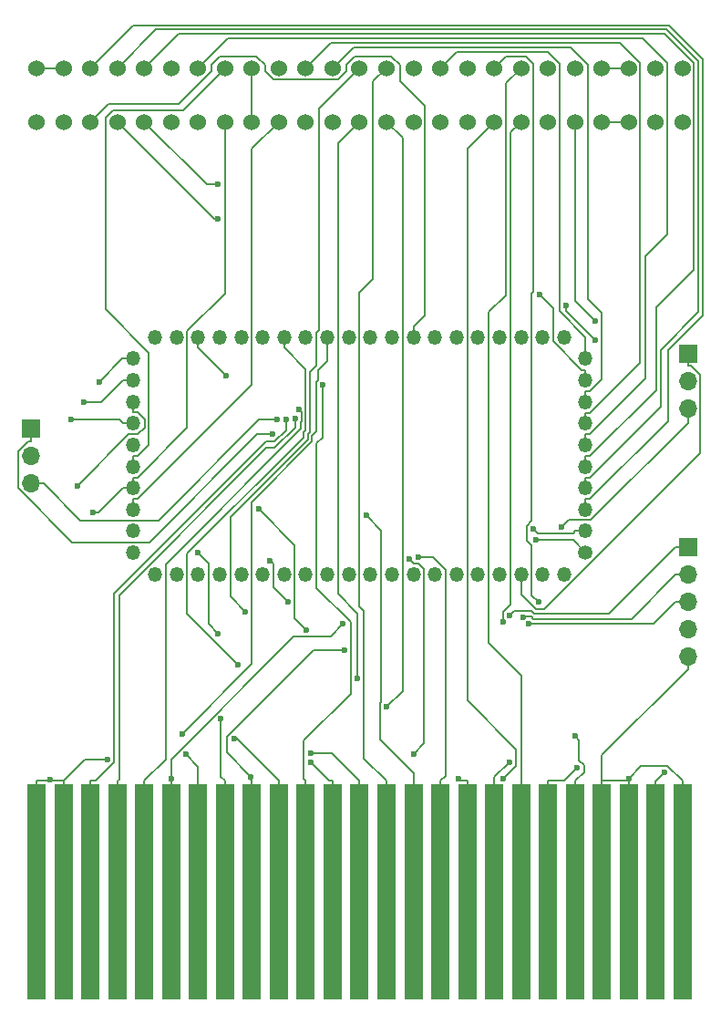
<source format=gbr>
%TF.GenerationSoftware,KiCad,Pcbnew,8.0.7*%
%TF.CreationDate,2024-12-26T20:26:29-06:00*%
%TF.ProjectId,n64_gamecat_rp2350b,6e36345f-6761-46d6-9563-61745f727032,rev?*%
%TF.SameCoordinates,Original*%
%TF.FileFunction,Copper,L2,Bot*%
%TF.FilePolarity,Positive*%
%FSLAX46Y46*%
G04 Gerber Fmt 4.6, Leading zero omitted, Abs format (unit mm)*
G04 Created by KiCad (PCBNEW 8.0.7) date 2024-12-26 20:26:29*
%MOMM*%
%LPD*%
G01*
G04 APERTURE LIST*
%TA.AperFunction,SMDPad,CuDef*%
%ADD10R,1.800000X20.000000*%
%TD*%
%TA.AperFunction,ComponentPad*%
%ADD11C,1.350000*%
%TD*%
%TA.AperFunction,ComponentPad*%
%ADD12O,1.350000X1.350000*%
%TD*%
%TA.AperFunction,ComponentPad*%
%ADD13R,1.700000X1.700000*%
%TD*%
%TA.AperFunction,ComponentPad*%
%ADD14O,1.700000X1.700000*%
%TD*%
%TA.AperFunction,ComponentPad*%
%ADD15C,1.524000*%
%TD*%
%TA.AperFunction,ViaPad*%
%ADD16C,0.600000*%
%TD*%
%TA.AperFunction,Conductor*%
%ADD17C,0.200000*%
%TD*%
G04 APERTURE END LIST*
D10*
%TO.P,U3,26,GND*%
%TO.N,GND*%
X104000000Y-143000000D03*
%TO.P,U3,27,GND*%
X106500000Y-143000000D03*
%TO.P,U3,28,AD0*%
%TO.N,CO_AD0*%
X109000000Y-143000000D03*
%TO.P,U3,29,AD1*%
%TO.N,CO_AD1*%
X111500000Y-143000000D03*
%TO.P,U3,30,AD2*%
%TO.N,CO_AD2*%
X114000000Y-143000000D03*
%TO.P,U3,31,GND*%
%TO.N,GND*%
X116500000Y-143000000D03*
%TO.P,U3,32,AD3*%
%TO.N,CO_AD3*%
X119000000Y-143000000D03*
%TO.P,U3,33,ALE_L*%
%TO.N,ALE_L*%
X121500000Y-143000000D03*
%TO.P,U3,34,VCC*%
%TO.N,+3V3*%
X124000000Y-143000000D03*
%TO.P,U3,35,ALE_H*%
%TO.N,ALE_H*%
X126500000Y-143000000D03*
%TO.P,U3,36,AD4*%
%TO.N,CO_AD4*%
X129000000Y-143000000D03*
%TO.P,U3,37,AD5*%
%TO.N,CO_AD5*%
X131500000Y-143000000D03*
%TO.P,U3,38,NC*%
%TO.N,Net-(U2-NC-Pad38)*%
X134000000Y-143000000D03*
%TO.P,U3,39,NC*%
%TO.N,Net-(U2-NC-Pad39)*%
X136500000Y-143000000D03*
%TO.P,U3,40,AD6*%
%TO.N,CO_AD6*%
X139000000Y-143000000D03*
%TO.P,U3,41,AD7*%
%TO.N,CO_AD7*%
X141500000Y-143000000D03*
%TO.P,U3,42,VCC*%
%TO.N,+3V3*%
X144000000Y-143000000D03*
%TO.P,U3,43,PIF_CIC*%
%TO.N,Net-(U2-PIF_CIC)*%
X146500000Y-143000000D03*
%TO.P,U3,44,JTAG_CLK*%
%TO.N,Net-(U2-JTAG_CLK)*%
X149000000Y-143000000D03*
%TO.P,U3,45,NMI_R4300*%
%TO.N,Net-(U2-NMI_R4300)*%
X151500000Y-143000000D03*
%TO.P,U3,46,VIDEO_CLK*%
%TO.N,Net-(U2-VIDEO_CLK)*%
X154000000Y-143000000D03*
%TO.P,U3,47,GND*%
%TO.N,GND*%
X156500000Y-143000000D03*
%TO.P,U3,48,GND*%
X159000000Y-143000000D03*
%TO.P,U3,49,R_AUDIO*%
%TO.N,Net-(U2-R_AUDIO)*%
X161500000Y-143000000D03*
%TO.P,U3,50,GND*%
%TO.N,GND*%
X164000000Y-143000000D03*
%TD*%
D11*
%TO.P,U4,1,GPIO0*%
%TO.N,TX0*%
X155000000Y-111500000D03*
D12*
%TO.P,U4,2,GPIO1*%
%TO.N,RX0*%
X155000000Y-109500000D03*
%TO.P,U4,3,GPIO2*%
%TO.N,CA_AD0*%
X155000000Y-107500000D03*
%TO.P,U4,4,GPIO3*%
%TO.N,CA_AD1*%
X155000000Y-105500000D03*
%TO.P,U4,5,GPIO4*%
%TO.N,CA_AD2*%
X155000000Y-103500000D03*
%TO.P,U4,6,GPIO5*%
%TO.N,CA_AD3*%
X155000000Y-101500000D03*
%TO.P,U4,7,GPIO6*%
%TO.N,CA_AD4*%
X155000000Y-99500000D03*
%TO.P,U4,8,GPIO7*%
%TO.N,CA_AD5*%
X155000000Y-97500000D03*
%TO.P,U4,9,GPIO8*%
%TO.N,CA_AD6*%
X155000000Y-95500000D03*
%TO.P,U4,10,GPIO9*%
%TO.N,CA_AD7*%
X155000000Y-93500000D03*
%TO.P,U4,11,GPIO10*%
%TO.N,CA_AD8*%
X153000000Y-91500000D03*
%TO.P,U4,12,GPIO11*%
%TO.N,CA_AD9*%
X151000000Y-91500000D03*
%TO.P,U4,13,GPIO12*%
%TO.N,CA_AD10*%
X149000000Y-91500000D03*
%TO.P,U4,14,GPIO13*%
%TO.N,CA_AD11*%
X147000000Y-91500000D03*
%TO.P,U4,15,GPIO14*%
%TO.N,CA_AD12*%
X145000000Y-91500000D03*
%TO.P,U4,16,GPIO15*%
%TO.N,CA_AD13*%
X143000000Y-91500000D03*
%TO.P,U4,17,GPIO16*%
%TO.N,CA_AD14*%
X141000000Y-91500000D03*
%TO.P,U4,18,GPIO17*%
%TO.N,CA_AD15*%
X139000000Y-91500000D03*
%TO.P,U4,19,GPIO18*%
%TO.N,CO_AD0*%
X137000000Y-91500000D03*
%TO.P,U4,20,GPIO19*%
%TO.N,CO_AD1*%
X135000000Y-91500000D03*
%TO.P,U4,21,GPIO20*%
%TO.N,CO_AD2*%
X133000000Y-91500000D03*
%TO.P,U4,22,GPIO21*%
%TO.N,CO_AD3*%
X131000000Y-91500000D03*
%TO.P,U4,23,GPIO22*%
%TO.N,CO_AD4*%
X129000000Y-91500000D03*
%TO.P,U4,24,GPIO23*%
%TO.N,CO_AD5*%
X127000000Y-91500000D03*
%TO.P,U4,25,GPIO24*%
%TO.N,CO_AD6*%
X125000000Y-91500000D03*
%TO.P,U4,26,GPIO25*%
%TO.N,CO_AD7*%
X123000000Y-91500000D03*
%TO.P,U4,27,GPIO26*%
%TO.N,CO_AD8*%
X121000000Y-91500000D03*
%TO.P,U4,28,GPIO27*%
%TO.N,CO_AD9*%
X119000000Y-91500000D03*
%TO.P,U4,29,GPIO28*%
%TO.N,CO_AD10*%
X117000000Y-91500000D03*
%TO.P,U4,30,GPIO29*%
%TO.N,CO_AD11*%
X115000000Y-91500000D03*
%TO.P,U4,31,GPIO30*%
%TO.N,CO_AD12*%
X113000000Y-93500000D03*
%TO.P,U4,32,GPIO31*%
%TO.N,CO_AD13*%
X113000000Y-95500000D03*
%TO.P,U4,33,GPIO32*%
%TO.N,CO_AD14*%
X113000000Y-97500000D03*
%TO.P,U4,34,GPIO33*%
%TO.N,CO_AD15*%
X113000000Y-99500000D03*
%TO.P,U4,35,GPIO34*%
%TO.N,ALE_H*%
X113000000Y-101500000D03*
%TO.P,U4,36,GPIO35*%
%TO.N,ALE_L*%
X113000000Y-103500000D03*
%TO.P,U4,37,GPIO36*%
%TO.N,WRITE*%
X113000000Y-105500000D03*
%TO.P,U4,38,GPIO37*%
%TO.N,READ*%
X113000000Y-107500000D03*
%TO.P,U4,39,GPIO38*%
%TO.N,unconnected-(U4-GPIO38-Pad39)*%
X113000000Y-109500000D03*
%TO.P,U4,40,GPIO39*%
%TO.N,unconnected-(U4-GPIO39-Pad40)*%
X113000000Y-111500000D03*
%TO.P,U4,41,GPIO40*%
%TO.N,unconnected-(U4-GPIO40-Pad41)*%
X115000000Y-113500000D03*
%TO.P,U4,42,GPIO41*%
%TO.N,unconnected-(U4-GPIO41-Pad42)*%
X117000000Y-113500000D03*
%TO.P,U4,43,GPIO42*%
%TO.N,unconnected-(U4-GPIO42-Pad43)*%
X119000000Y-113500000D03*
%TO.P,U4,44,GPIO43*%
%TO.N,unconnected-(U4-GPIO43-Pad44)*%
X121000000Y-113500000D03*
%TO.P,U4,45,GPIO44*%
%TO.N,unconnected-(U4-GPIO44-Pad45)*%
X123000000Y-113500000D03*
%TO.P,U4,46,GPIO45*%
%TO.N,unconnected-(U4-GPIO45-Pad46)*%
X125000000Y-113500000D03*
%TO.P,U4,47,GPIO46*%
%TO.N,unconnected-(U4-GPIO46-Pad47)*%
X127000000Y-113500000D03*
%TO.P,U4,48,GPIO47*%
%TO.N,unconnected-(U4-GPIO47-Pad48)*%
X129000000Y-113500000D03*
%TO.P,U4,49,GPIO48*%
%TO.N,unconnected-(U4-GPIO48-Pad49)*%
X131000000Y-113500000D03*
%TO.P,U4,50,GPIO49*%
%TO.N,unconnected-(U4-GPIO49-Pad50)*%
X133000000Y-113500000D03*
%TO.P,U4,51,GPIO50*%
%TO.N,GND*%
X135000000Y-113500000D03*
%TO.P,U4,52,GPIO51*%
%TO.N,unconnected-(U4-GPIO51-Pad52)*%
X137000000Y-113500000D03*
%TO.P,U4,53,GPIO52*%
%TO.N,5V*%
X139000000Y-113500000D03*
%TO.P,U4,54,GPIO53*%
%TO.N,unconnected-(U4-GPIO53-Pad54)*%
X141000000Y-113500000D03*
%TO.P,U4,55,GPIO54*%
%TO.N,USB D-*%
X143000000Y-113500000D03*
%TO.P,U4,56,GPIO55*%
%TO.N,USB D+*%
X145000000Y-113500000D03*
%TO.P,U4,57,GPIO56*%
%TO.N,SWDIO*%
X147000000Y-113500000D03*
%TO.P,U4,58,GPIO57*%
%TO.N,SWCLK*%
X149000000Y-113500000D03*
%TO.P,U4,59,GPIO58*%
%TO.N,unconnected-(U4-GPIO58-Pad59)*%
X151000000Y-113500000D03*
%TO.P,U4,60,GPIO59*%
%TO.N,unconnected-(U4-GPIO59-Pad60)*%
X153000000Y-113500000D03*
%TD*%
D13*
%TO.P,J3,1,Pin_1*%
%TO.N,5V*%
X164500000Y-111000000D03*
D14*
%TO.P,J3,2,Pin_2*%
%TO.N,USB D-*%
X164500000Y-113540000D03*
%TO.P,J3,3,Pin_3*%
%TO.N,USB D+*%
X164500000Y-116080000D03*
%TO.P,J3,4,Pin_4*%
%TO.N,unconnected-(J3-Pin_4-Pad4)*%
X164500000Y-118620000D03*
%TO.P,J3,5,Pin_5*%
%TO.N,GND*%
X164500000Y-121160000D03*
%TD*%
D13*
%TO.P,J1,1,Pin_1*%
%TO.N,SWCLK*%
X164500000Y-93000000D03*
D14*
%TO.P,J1,2,Pin_2*%
%TO.N,GND*%
X164500000Y-95540000D03*
%TO.P,J1,3,Pin_3*%
%TO.N,SWDIO*%
X164500000Y-98080000D03*
%TD*%
D13*
%TO.P,J2,1,Pin_1*%
%TO.N,TX0*%
X103500000Y-100000000D03*
D14*
%TO.P,J2,2,Pin_2*%
%TO.N,GND*%
X103500000Y-102540000D03*
%TO.P,J2,3,Pin_3*%
%TO.N,RX0*%
X103500000Y-105080000D03*
%TD*%
D15*
%TO.P,U2,1,GND*%
%TO.N,GND*%
X104000000Y-71500000D03*
%TO.P,U2,2,GND*%
X106500000Y-71500000D03*
%TO.P,U2,3,AD15*%
%TO.N,CA_AD15*%
X109000000Y-71500000D03*
%TO.P,U2,4,AD14*%
%TO.N,CA_AD14*%
X111500000Y-71500000D03*
%TO.P,U2,5,AD13*%
%TO.N,CA_AD13*%
X114000000Y-71500000D03*
%TO.P,U2,6,GND*%
%TO.N,GND*%
X116500000Y-71500000D03*
%TO.P,U2,7,AD12*%
%TO.N,CA_AD12*%
X119000000Y-71500000D03*
%TO.P,U2,8,WRITE*%
%TO.N,WRITE*%
X121500000Y-71500000D03*
%TO.P,U2,9,VCC*%
%TO.N,+3V3*%
X124000000Y-71500000D03*
%TO.P,U2,10,READ*%
%TO.N,READ*%
X126500000Y-71500000D03*
%TO.P,U2,11,AD11*%
%TO.N,CA_AD11*%
X129000000Y-71500000D03*
%TO.P,U2,12,AD10*%
%TO.N,CA_AD10*%
X131500000Y-71500000D03*
%TO.P,U2,13,NC*%
%TO.N,Net-(U2-NC-Pad13)*%
X134000000Y-71500000D03*
%TO.P,U2,14,NC*%
%TO.N,Net-(U2-NC-Pad14)*%
X136500000Y-71500000D03*
%TO.P,U2,15,AD9*%
%TO.N,CA_AD9*%
X139000000Y-71500000D03*
%TO.P,U2,16,AD8*%
%TO.N,CA_AD8*%
X141500000Y-71500000D03*
%TO.P,U2,17,VCC*%
%TO.N,+3V3*%
X144000000Y-71500000D03*
%TO.P,U2,18,CIC_PIF*%
%TO.N,Net-(U2-CIC_PIF)*%
X146500000Y-71500000D03*
%TO.P,U2,19,CLK_PIF*%
%TO.N,Net-(U2-CLK_PIF)*%
X149000000Y-71500000D03*
%TO.P,U2,20,COLD_RST*%
%TO.N,Net-(U2-COLD_RST)*%
X151500000Y-71500000D03*
%TO.P,U2,21,S_DAT*%
%TO.N,Net-(U2-S_DAT)*%
X154000000Y-71500000D03*
%TO.P,U2,22,GND*%
%TO.N,GND*%
X156500000Y-71500000D03*
%TO.P,U2,23,GND*%
X159000000Y-71500000D03*
%TO.P,U2,24,LAUDIO*%
%TO.N,Net-(U2-LAUDIO)*%
X161500000Y-71500000D03*
%TO.P,U2,25,GND*%
%TO.N,GND*%
X164000000Y-71500000D03*
%TO.P,U2,26,GND*%
X104000000Y-66500000D03*
%TO.P,U2,27,GND*%
X106500000Y-66500000D03*
%TO.P,U2,28,AD0*%
%TO.N,CA_AD0*%
X109000000Y-66500000D03*
%TO.P,U2,29,AD1*%
%TO.N,CA_AD1*%
X111500000Y-66500000D03*
%TO.P,U2,30,AD2*%
%TO.N,CA_AD2*%
X114000000Y-66500000D03*
%TO.P,U2,31,GND*%
%TO.N,GND*%
X116500000Y-66500000D03*
%TO.P,U2,32,AD3*%
%TO.N,CA_AD3*%
X119000000Y-66500000D03*
%TO.P,U2,33,ALE_L*%
%TO.N,ALE_L*%
X121500000Y-66500000D03*
%TO.P,U2,34,VCC*%
%TO.N,+3V3*%
X124000000Y-66500000D03*
%TO.P,U2,35,ALE_H*%
%TO.N,ALE_H*%
X126500000Y-66500000D03*
%TO.P,U2,36,AD4*%
%TO.N,CA_AD4*%
X129000000Y-66500000D03*
%TO.P,U2,37,AD5*%
%TO.N,CA_AD5*%
X131500000Y-66500000D03*
%TO.P,U2,38,NC*%
%TO.N,Net-(U2-NC-Pad38)*%
X134000000Y-66500000D03*
%TO.P,U2,39,NC*%
%TO.N,Net-(U2-NC-Pad39)*%
X136500000Y-66500000D03*
%TO.P,U2,40,AD6*%
%TO.N,CA_AD6*%
X139000000Y-66500000D03*
%TO.P,U2,41,AD7*%
%TO.N,CA_AD7*%
X141500000Y-66500000D03*
%TO.P,U2,42,VCC*%
%TO.N,+3V3*%
X144000000Y-66500000D03*
%TO.P,U2,43,PIF_CIC*%
%TO.N,Net-(U2-PIF_CIC)*%
X146500000Y-66500000D03*
%TO.P,U2,44,JTAG_CLK*%
%TO.N,Net-(U2-JTAG_CLK)*%
X149000000Y-66500000D03*
%TO.P,U2,45,NMI_R4300*%
%TO.N,Net-(U2-NMI_R4300)*%
X151500000Y-66500000D03*
%TO.P,U2,46,VIDEO_CLK*%
%TO.N,Net-(U2-VIDEO_CLK)*%
X154000000Y-66500000D03*
%TO.P,U2,47,GND*%
%TO.N,GND*%
X156500000Y-66500000D03*
%TO.P,U2,48,GND*%
X159000000Y-66500000D03*
%TO.P,U2,49,R_AUDIO*%
%TO.N,Net-(U2-R_AUDIO)*%
X161500000Y-66500000D03*
%TO.P,U2,50,GND*%
%TO.N,GND*%
X164000000Y-66500000D03*
%TD*%
D16*
%TO.N,Net-(U2-PIF_CIC)*%
X150663400Y-116094200D03*
X147927200Y-130923500D03*
%TO.N,Net-(U2-NC-Pad14)*%
X136500000Y-125832100D03*
%TO.N,GND*%
X116500000Y-132476200D03*
X132480100Y-118120700D03*
X110601800Y-130686900D03*
X159000000Y-132477600D03*
X105250000Y-132595900D03*
%TO.N,Net-(U2-NC-Pad38)*%
X129444000Y-130110600D03*
X123389000Y-116986000D03*
%TO.N,Net-(U2-NC-Pad13)*%
X133803300Y-123135500D03*
%TO.N,+3V3*%
X123896300Y-132283000D03*
X143200100Y-132485900D03*
X132569700Y-120543400D03*
%TO.N,Net-(U2-R_AUDIO)*%
X162336500Y-131920400D03*
%TO.N,Net-(U2-COLD_RST)*%
X155910700Y-91765000D03*
X153204300Y-88519800D03*
%TO.N,ALE_H*%
X122332600Y-128798900D03*
%TO.N,Net-(U2-CLK_PIF)*%
X147323700Y-117944000D03*
%TO.N,ALE_L*%
X121107500Y-126934700D03*
%TO.N,Net-(U2-CIC_PIF)*%
X147330900Y-132482400D03*
%TO.N,Net-(U2-NMI_R4300)*%
X154232000Y-131511200D03*
%TO.N,Net-(U2-VIDEO_CLK)*%
X154052700Y-128552200D03*
%TO.N,CA_AD6*%
X150726800Y-87568900D03*
%TO.N,Net-(U2-S_DAT)*%
X155894800Y-89983000D03*
%TO.N,CO_AD1*%
X127993800Y-99015900D03*
%TO.N,CO_AD7*%
X139425800Y-111913100D03*
%TO.N,CO_AD2*%
X128380300Y-98215700D03*
%TO.N,CO_AD9*%
X139000000Y-130164100D03*
X138623500Y-112074900D03*
X121623000Y-95099700D03*
%TO.N,CO_AD4*%
X130568400Y-95932300D03*
%TO.N,CO_AD10*%
X124623600Y-107437600D03*
X129073600Y-118693700D03*
%TO.N,CO_AD8*%
X127383400Y-116076200D03*
X125679800Y-112230000D03*
%TO.N,CO_AD11*%
X118996600Y-111510500D03*
X120857800Y-118991300D03*
%TO.N,CO_AD0*%
X127165200Y-99126600D03*
%TO.N,CO_AD5*%
X129439600Y-130957000D03*
X122741600Y-121870400D03*
%TO.N,CO_AD6*%
X134617500Y-108051200D03*
%TO.N,CO_AD3*%
X117852500Y-130209800D03*
X117500500Y-128354900D03*
%TO.N,CO_AD12*%
X109793300Y-95662800D03*
%TO.N,CA_AD14*%
X120872000Y-80494900D03*
%TO.N,CO_AD13*%
X108376000Y-97553700D03*
%TO.N,CO_AD14*%
X107774300Y-105283900D03*
%TO.N,CO_AD15*%
X107172600Y-99154100D03*
%TO.N,CA_AD13*%
X120871400Y-77325000D03*
%TO.N,WRITE*%
X109205400Y-107783800D03*
%TO.N,SWDIO*%
X152785000Y-109088200D03*
%TO.N,RX0*%
X150140500Y-109255700D03*
X126338200Y-99152500D03*
%TO.N,TX0*%
X125924700Y-100467900D03*
X150362200Y-110323300D03*
%TO.N,USB D+*%
X149716100Y-118080200D03*
%TO.N,USB D-*%
X149161300Y-117480100D03*
%TO.N,5V*%
X147938800Y-117324300D03*
%TD*%
D17*
%TO.N,Net-(U2-PIF_CIC)*%
X146500000Y-132350700D02*
X147927200Y-130923500D01*
X150000000Y-87411200D02*
X150000000Y-108543800D01*
X150104200Y-87307000D02*
X150000000Y-87411200D01*
X150104200Y-66071400D02*
X150104200Y-87307000D01*
X147563700Y-65436300D02*
X149469100Y-65436300D01*
X150000000Y-110811900D02*
X150000000Y-115430800D01*
X150000000Y-108543800D02*
X149538800Y-109005000D01*
X146500000Y-66500000D02*
X147563700Y-65436300D01*
X149469100Y-65436300D02*
X150104200Y-66071400D01*
X149538800Y-110350700D02*
X150000000Y-110811900D01*
X149538800Y-109005000D02*
X149538800Y-110350700D01*
X146500000Y-143000000D02*
X146500000Y-132698300D01*
X150000000Y-115430800D02*
X150663400Y-116094200D01*
X146500000Y-132698300D02*
X146500000Y-132350700D01*
%TO.N,Net-(U2-NC-Pad14)*%
X136500000Y-71500000D02*
X138000000Y-73000000D01*
X138000000Y-73000000D02*
X138000000Y-124332100D01*
X138000000Y-124332100D02*
X136500000Y-125832100D01*
%TO.N,GND*%
X131303400Y-119297400D02*
X132480100Y-118120700D01*
X105250000Y-132698300D02*
X106500000Y-132698300D01*
X159000000Y-71500000D02*
X156500000Y-71500000D01*
X162620100Y-131318400D02*
X160159200Y-131318400D01*
X106500000Y-143000000D02*
X106500000Y-132698300D01*
X104000000Y-132698300D02*
X105250000Y-132698300D01*
X116500000Y-130691200D02*
X127893800Y-119297400D01*
X160159200Y-131318400D02*
X159000000Y-132477600D01*
X116500000Y-132476200D02*
X116500000Y-130691200D01*
X156500000Y-130311700D02*
X156500000Y-132698300D01*
X159000000Y-66500000D02*
X156500000Y-66500000D01*
X106500000Y-132698300D02*
X108511400Y-130686900D01*
X127893800Y-119297400D02*
X131303400Y-119297400D01*
X159000000Y-132698300D02*
X159000000Y-132477600D01*
X156500000Y-132698300D02*
X159000000Y-132698300D01*
X116500000Y-132698300D02*
X116500000Y-132476200D01*
X164500000Y-121160000D02*
X164500000Y-122311700D01*
X116500000Y-143000000D02*
X116500000Y-132698300D01*
X108511400Y-130686900D02*
X110601800Y-130686900D01*
X105250000Y-132698300D02*
X105250000Y-132595900D01*
X106500000Y-66500000D02*
X104000000Y-66500000D01*
X104000000Y-143000000D02*
X104000000Y-132698300D01*
X164500000Y-122311700D02*
X156500000Y-130311700D01*
X156500000Y-143000000D02*
X156500000Y-132698300D01*
X164000000Y-132698300D02*
X162620100Y-131318400D01*
X159000000Y-143000000D02*
X159000000Y-132698300D01*
X164000000Y-143000000D02*
X164000000Y-132698300D01*
%TO.N,Net-(U2-NC-Pad38)*%
X129398900Y-94752700D02*
X130023300Y-94128300D01*
X134000000Y-132698300D02*
X131412300Y-130110600D01*
X130250000Y-90868700D02*
X130250000Y-70250000D01*
X129398900Y-99597700D02*
X129398900Y-94752700D01*
X130023300Y-94128300D02*
X130023300Y-91095400D01*
X129383800Y-100280600D02*
X129383800Y-99612800D01*
X130250000Y-70250000D02*
X134000000Y-66500000D01*
X129383800Y-99612800D02*
X129398900Y-99597700D01*
X131412300Y-130110600D02*
X129444000Y-130110600D01*
X130023300Y-91095400D02*
X130250000Y-90868700D01*
X122000000Y-115597000D02*
X122000000Y-108220000D01*
X129196600Y-100467800D02*
X129383800Y-100280600D01*
X134000000Y-143000000D02*
X134000000Y-132698300D01*
X122000000Y-108220000D02*
X129196600Y-101023400D01*
X129196600Y-101023400D02*
X129196600Y-100467800D01*
X123389000Y-116986000D02*
X122000000Y-115597000D01*
%TO.N,Net-(U2-NC-Pad13)*%
X132000000Y-115334900D02*
X132000000Y-73500000D01*
X133803300Y-123135500D02*
X133803300Y-117138200D01*
X132000000Y-73500000D02*
X134000000Y-71500000D01*
X133803300Y-117138200D02*
X132000000Y-115334900D01*
%TO.N,+3V3*%
X129707900Y-120543400D02*
X132569700Y-120543400D01*
X124000000Y-143000000D02*
X124000000Y-132698300D01*
X121676100Y-130062800D02*
X121676100Y-128575200D01*
X143412500Y-132698300D02*
X143200100Y-132485900D01*
X124000000Y-66500000D02*
X124000000Y-71500000D01*
X123896300Y-132283000D02*
X121676100Y-130062800D01*
X121676100Y-128575200D02*
X129707900Y-120543400D01*
X144000000Y-132698300D02*
X143412500Y-132698300D01*
X144000000Y-143000000D02*
X144000000Y-132698300D01*
X123896300Y-132594600D02*
X123896300Y-132283000D01*
X124000000Y-132698300D02*
X123896300Y-132594600D01*
%TO.N,CA_AD0*%
X162648900Y-99279200D02*
X162648900Y-92724400D01*
X162744900Y-62523000D02*
X112977000Y-62523000D01*
X112977000Y-62523000D02*
X109000000Y-66500000D01*
X165876600Y-89496700D02*
X165876600Y-65654700D01*
X165876600Y-65654700D02*
X162744900Y-62523000D01*
X155404800Y-106523300D02*
X162648900Y-99279200D01*
X162648900Y-92724400D02*
X165876600Y-89496700D01*
X155000000Y-107500000D02*
X155000000Y-106523300D01*
X155000000Y-106523300D02*
X155404800Y-106523300D01*
%TO.N,READ*%
X124000000Y-95928100D02*
X113404800Y-106523300D01*
X124000000Y-74000000D02*
X124000000Y-95928100D01*
X126500000Y-71500000D02*
X124000000Y-74000000D01*
X113404800Y-106523300D02*
X113000000Y-106523300D01*
X113000000Y-107500000D02*
X113000000Y-106523300D01*
%TO.N,Net-(U2-R_AUDIO)*%
X161558600Y-132698300D02*
X161500000Y-132698300D01*
X162336500Y-131920400D02*
X161558600Y-132698300D01*
X161500000Y-143000000D02*
X161500000Y-132698300D01*
%TO.N,Net-(U2-COLD_RST)*%
X153204300Y-89058600D02*
X153204300Y-88519800D01*
X155910700Y-91765000D02*
X153204300Y-89058600D01*
%TO.N,CA_AD7*%
X155000000Y-93500000D02*
X155000000Y-92523300D01*
X155000000Y-92523300D02*
X155000000Y-91475800D01*
X152588800Y-89064600D02*
X152588800Y-66078000D01*
X143005300Y-64994700D02*
X141500000Y-66500000D01*
X151505500Y-64994700D02*
X143005300Y-64994700D01*
X155000000Y-91475800D02*
X152588800Y-89064600D01*
X152588800Y-66078000D02*
X151505500Y-64994700D01*
%TO.N,ALE_H*%
X122600600Y-128798900D02*
X126500000Y-132698300D01*
X122332600Y-128798900D02*
X122600600Y-128798900D01*
X126500000Y-143000000D02*
X126500000Y-132698300D01*
%TO.N,CA_AD3*%
X155000000Y-101500000D02*
X155000000Y-100523300D01*
X121739800Y-63760200D02*
X160279900Y-63760200D01*
X162574100Y-66054400D02*
X162574100Y-81949800D01*
X160574700Y-83949200D02*
X160574700Y-95349400D01*
X119000000Y-66500000D02*
X121739800Y-63760200D01*
X162574100Y-81949800D02*
X160574700Y-83949200D01*
X155400800Y-100523300D02*
X155000000Y-100523300D01*
X160279900Y-63760200D02*
X162574100Y-66054400D01*
X160574700Y-95349400D02*
X155400800Y-100523300D01*
%TO.N,Net-(U2-CLK_PIF)*%
X147997400Y-116290900D02*
X147323700Y-116964600D01*
X149000000Y-71500000D02*
X147997400Y-72502600D01*
X147997400Y-72502600D02*
X147997400Y-116290900D01*
X147323700Y-116964600D02*
X147323700Y-117944000D01*
%TO.N,Net-(U2-JTAG_CLK)*%
X147574800Y-67925200D02*
X147574800Y-87587100D01*
X149000000Y-122897900D02*
X149000000Y-132698300D01*
X146000000Y-89161900D02*
X146000000Y-119897900D01*
X149000000Y-143000000D02*
X149000000Y-132698300D01*
X149000000Y-66500000D02*
X147574800Y-67925200D01*
X147574800Y-87587100D02*
X146000000Y-89161900D01*
X146000000Y-119897900D02*
X149000000Y-122897900D01*
%TO.N,ALE_L*%
X113404800Y-102523300D02*
X114426500Y-101501600D01*
X114426500Y-101501600D02*
X114426500Y-92926500D01*
X117608700Y-70391300D02*
X121500000Y-66500000D01*
X110410200Y-88910200D02*
X110410200Y-71085500D01*
X114426500Y-92926500D02*
X110410200Y-88910200D01*
X110410200Y-71085500D02*
X111104400Y-70391300D01*
X111104400Y-70391300D02*
X117608700Y-70391300D01*
X121107500Y-126934700D02*
X121107500Y-132305800D01*
X113000000Y-103500000D02*
X113000000Y-102523300D01*
X113000000Y-102523300D02*
X113404800Y-102523300D01*
X121107500Y-132305800D02*
X121500000Y-132698300D01*
X121500000Y-143000000D02*
X121500000Y-132698300D01*
%TO.N,CA_AD2*%
X162350600Y-63342400D02*
X165063700Y-66055500D01*
X161547200Y-96380900D02*
X155404800Y-102523300D01*
X155000000Y-103500000D02*
X155000000Y-102523300D01*
X114000000Y-66500000D02*
X117157600Y-63342400D01*
X117157600Y-63342400D02*
X162350600Y-63342400D01*
X161547200Y-88729200D02*
X161547200Y-96380900D01*
X165063700Y-66055500D02*
X165063700Y-85212700D01*
X165063700Y-85212700D02*
X161547200Y-88729200D01*
X155404800Y-102523300D02*
X155000000Y-102523300D01*
%TO.N,CA_AD5*%
X156512400Y-95377200D02*
X155366300Y-96523300D01*
X133424300Y-64575700D02*
X153588600Y-64575700D01*
X155250000Y-87928900D02*
X156512400Y-89191300D01*
X155366300Y-96523300D02*
X155000000Y-96523300D01*
X155000000Y-97500000D02*
X155000000Y-96523300D01*
X156512400Y-89191300D02*
X156512400Y-95377200D01*
X131500000Y-66500000D02*
X133424300Y-64575700D01*
X155250000Y-66237100D02*
X155250000Y-87928900D01*
X153588600Y-64575700D02*
X155250000Y-66237100D01*
%TO.N,Net-(U2-NC-Pad39)*%
X136500000Y-143000000D02*
X136500000Y-132698300D01*
X135250000Y-86070300D02*
X135250000Y-67750000D01*
X135250000Y-67750000D02*
X136500000Y-66500000D01*
X134000000Y-87320300D02*
X135250000Y-86070300D01*
X134000000Y-116481900D02*
X134000000Y-87320300D01*
X134425200Y-130623500D02*
X134425200Y-116907100D01*
X136500000Y-132698300D02*
X134425200Y-130623500D01*
X134425200Y-116907100D02*
X134000000Y-116481900D01*
%TO.N,CA_AD1*%
X165472900Y-89133200D02*
X165472900Y-65890700D01*
X165472900Y-65890700D02*
X162508400Y-62926200D01*
X155000000Y-104523300D02*
X155366400Y-104523300D01*
X161948900Y-92657200D02*
X165472900Y-89133200D01*
X155366400Y-104523300D02*
X161948900Y-97940800D01*
X155000000Y-105500000D02*
X155000000Y-104523300D01*
X161948900Y-97940800D02*
X161948900Y-92657200D01*
X115073800Y-62926200D02*
X111500000Y-66500000D01*
X162508400Y-62926200D02*
X115073800Y-62926200D01*
%TO.N,CA_AD4*%
X160070300Y-66064500D02*
X160070300Y-93855800D01*
X131326000Y-64174000D02*
X158179800Y-64174000D01*
X129000000Y-66500000D02*
X131326000Y-64174000D01*
X160070300Y-93855800D02*
X155402800Y-98523300D01*
X158179800Y-64174000D02*
X160070300Y-66064500D01*
X155402800Y-98523300D02*
X155000000Y-98523300D01*
X155000000Y-99500000D02*
X155000000Y-98523300D01*
%TO.N,Net-(U2-CIC_PIF)*%
X146500000Y-71500000D02*
X144000000Y-74000000D01*
X148529100Y-131284200D02*
X147330900Y-132482400D01*
X144000000Y-74000000D02*
X144000000Y-125224700D01*
X148529100Y-129753800D02*
X148529100Y-131284200D01*
X144000000Y-125224700D02*
X148529100Y-129753800D01*
%TO.N,Net-(U2-NMI_R4300)*%
X151500000Y-143000000D02*
X151500000Y-132698300D01*
X151500000Y-132698300D02*
X153044900Y-132698300D01*
X153044900Y-132698300D02*
X154232000Y-131511200D01*
%TO.N,Net-(U2-VIDEO_CLK)*%
X154399100Y-130827500D02*
X154399100Y-128898600D01*
X154399100Y-128898600D02*
X154052700Y-128552200D01*
X154000000Y-132698300D02*
X154833700Y-131864600D01*
X154399200Y-130827500D02*
X154399100Y-130827500D01*
X154000000Y-143000000D02*
X154000000Y-132698300D01*
X154833700Y-131864600D02*
X154833700Y-131262000D01*
X154833700Y-131262000D02*
X154399200Y-130827500D01*
%TO.N,CA_AD6*%
X152000000Y-88842100D02*
X150726800Y-87568900D01*
X155000000Y-95500000D02*
X155000000Y-94523300D01*
X154633700Y-94523300D02*
X152000000Y-91889600D01*
X155000000Y-94523300D02*
X154633700Y-94523300D01*
X152000000Y-91889600D02*
X152000000Y-88842100D01*
%TO.N,Net-(U2-S_DAT)*%
X154000000Y-88088200D02*
X155894800Y-89983000D01*
X154000000Y-71500000D02*
X154000000Y-88088200D01*
%TO.N,CO_AD1*%
X127993700Y-99015900D02*
X127993800Y-99015900D01*
X111500000Y-143000000D02*
X111500000Y-132698300D01*
X127993700Y-99895100D02*
X127993700Y-99015900D01*
X111654000Y-115445500D02*
X125305500Y-101794000D01*
X111500000Y-132698300D02*
X111654000Y-132544300D01*
X126094800Y-101794000D02*
X127993700Y-99895100D01*
X125305500Y-101794000D02*
X126094800Y-101794000D01*
X111654000Y-132544300D02*
X111654000Y-115445500D01*
%TO.N,CO_AD7*%
X141999900Y-132198400D02*
X141500000Y-132698300D01*
X141999900Y-113072500D02*
X141999900Y-132198400D01*
X139425800Y-111913100D02*
X140840500Y-111913100D01*
X140840500Y-111913100D02*
X141999900Y-113072500D01*
X141500000Y-143000000D02*
X141500000Y-132698300D01*
%TO.N,CO_AD2*%
X128580400Y-99948000D02*
X128580400Y-99280200D01*
X114000000Y-132698300D02*
X115976700Y-130721600D01*
X128595500Y-98430900D02*
X128380300Y-98215700D01*
X128595500Y-99265100D02*
X128595500Y-98430900D01*
X115976700Y-112551700D02*
X128580400Y-99948000D01*
X114000000Y-143000000D02*
X114000000Y-132698300D01*
X115976700Y-130721600D02*
X115976700Y-112551700D01*
X128580400Y-99280200D02*
X128595500Y-99265100D01*
%TO.N,CO_AD9*%
X119000000Y-91500000D02*
X119000000Y-92476700D01*
X138623500Y-112074900D02*
X139063400Y-112514800D01*
X119000000Y-92476700D02*
X121623000Y-95099700D01*
X139063400Y-112514800D02*
X139470800Y-112514800D01*
X140000000Y-129164100D02*
X139000000Y-130164100D01*
X139470800Y-112514800D02*
X140000000Y-113044000D01*
X140000000Y-113044000D02*
X140000000Y-129164100D01*
%TO.N,CO_AD4*%
X128817800Y-132516100D02*
X128817800Y-128956800D01*
X129000000Y-143000000D02*
X129000000Y-132698300D01*
X133171400Y-124603200D02*
X133171400Y-117944300D01*
X129000000Y-132698300D02*
X128817800Y-132516100D01*
X133171400Y-117944300D02*
X130000000Y-114772900D01*
X128817800Y-128956800D02*
X133171400Y-124603200D01*
X130000000Y-114772900D02*
X130000000Y-101366300D01*
X130000000Y-101366300D02*
X130568400Y-100797900D01*
X130568400Y-100797900D02*
X130568400Y-95932300D01*
%TO.N,CO_AD10*%
X127985100Y-117605200D02*
X129073600Y-118693700D01*
X124623600Y-107437600D02*
X127985100Y-110799100D01*
X127985100Y-110799100D02*
X127985100Y-117605200D01*
%TO.N,CO_AD8*%
X126000000Y-112550200D02*
X126000000Y-114692800D01*
X126000000Y-114692800D02*
X127383400Y-116076200D01*
X125679800Y-112230000D02*
X126000000Y-112550200D01*
%TO.N,CO_AD11*%
X120000000Y-112513900D02*
X118996600Y-111510500D01*
X120000000Y-118133500D02*
X120000000Y-112513900D01*
X120857800Y-118991300D02*
X120000000Y-118133500D01*
%TO.N,CO_AD0*%
X111203500Y-115313100D02*
X125324300Y-101192300D01*
X126084900Y-101192300D02*
X127165200Y-100112000D01*
X111203500Y-130960000D02*
X111203500Y-115313100D01*
X125324300Y-101192300D02*
X126084900Y-101192300D01*
X109000000Y-132698300D02*
X109465200Y-132698300D01*
X127165200Y-100112000D02*
X127165200Y-99126600D01*
X109000000Y-143000000D02*
X109000000Y-132698300D01*
X109465200Y-132698300D02*
X111203500Y-130960000D01*
%TO.N,CO_AD5*%
X128997200Y-99431400D02*
X128997200Y-94473900D01*
X131180900Y-132698300D02*
X129439600Y-130957000D01*
X128982100Y-100114300D02*
X128982100Y-99446500D01*
X128794900Y-100301500D02*
X128982100Y-100114300D01*
X128997200Y-94473900D02*
X127000000Y-92476700D01*
X131500000Y-143000000D02*
X131500000Y-132698300D01*
X128982100Y-99446500D02*
X128997200Y-99431400D01*
X118000000Y-111607000D02*
X128794900Y-100812100D01*
X127000000Y-91500000D02*
X127000000Y-92476700D01*
X128794900Y-100812100D02*
X128794900Y-100301500D01*
X131500000Y-132698300D02*
X131180900Y-132698300D01*
X118000000Y-117128800D02*
X118000000Y-111607000D01*
X122741600Y-121870400D02*
X118000000Y-117128800D01*
%TO.N,CO_AD6*%
X139000000Y-143000000D02*
X139000000Y-132012300D01*
X135867300Y-125503300D02*
X136000000Y-125370600D01*
X136000000Y-109433700D02*
X134617500Y-108051200D01*
X135867300Y-128879600D02*
X135867300Y-125503300D01*
X139000000Y-132012300D02*
X135867300Y-128879600D01*
X136000000Y-125370600D02*
X136000000Y-109433700D01*
%TO.N,CO_AD3*%
X129598300Y-101202100D02*
X124000100Y-106800300D01*
X119000000Y-143000000D02*
X119000000Y-132698300D01*
X119000000Y-131357300D02*
X117852500Y-130209800D01*
X131000000Y-91500000D02*
X131000000Y-92476700D01*
X130187200Y-95462700D02*
X129966700Y-95683200D01*
X124000100Y-121855300D02*
X117500500Y-128354900D01*
X131000000Y-93719600D02*
X130187200Y-94532400D01*
X119000000Y-132698300D02*
X119000000Y-131357300D01*
X131000000Y-92476700D02*
X131000000Y-93719600D01*
X130187200Y-94532400D02*
X130187200Y-95462700D01*
X129966700Y-95683200D02*
X129966700Y-100265700D01*
X129598300Y-100634100D02*
X129598300Y-101202100D01*
X124000100Y-106800300D02*
X124000100Y-121855300D01*
X129966700Y-100265700D02*
X129598300Y-100634100D01*
%TO.N,CO_AD12*%
X113000000Y-93500000D02*
X111956100Y-93500000D01*
X111956100Y-93500000D02*
X109793300Y-95662800D01*
%TO.N,CA_AD14*%
X111500000Y-71500000D02*
X120494900Y-80494900D01*
X120494900Y-80494900D02*
X120872000Y-80494900D01*
%TO.N,CO_AD13*%
X109969600Y-97553700D02*
X108376000Y-97553700D01*
X113000000Y-95500000D02*
X112023300Y-95500000D01*
X112023300Y-95500000D02*
X109969600Y-97553700D01*
%TO.N,CA_AD15*%
X110651700Y-69848300D02*
X117221900Y-69848300D01*
X132750000Y-66820200D02*
X132750000Y-66202400D01*
X120250000Y-66202400D02*
X121048700Y-65403700D01*
X137750000Y-66194500D02*
X137750000Y-67679300D01*
X132750000Y-66202400D02*
X133554300Y-65398100D01*
X137750000Y-67679300D02*
X140081100Y-70010400D01*
X133554300Y-65398100D02*
X136953600Y-65398100D01*
X125999700Y-67572500D02*
X131997700Y-67572500D01*
X136953600Y-65398100D02*
X137750000Y-66194500D01*
X140081100Y-89442200D02*
X139000000Y-90523300D01*
X125250000Y-66822800D02*
X125999700Y-67572500D01*
X140081100Y-70010400D02*
X140081100Y-89442200D01*
X139000000Y-91500000D02*
X139000000Y-90523300D01*
X121048700Y-65403700D02*
X124432500Y-65403700D01*
X120250000Y-66820200D02*
X120250000Y-66202400D01*
X109000000Y-71500000D02*
X110651700Y-69848300D01*
X131997700Y-67572500D02*
X132750000Y-66820200D01*
X117221900Y-69848300D02*
X120250000Y-66820200D01*
X124432500Y-65403700D02*
X125250000Y-66221200D01*
X125250000Y-66221200D02*
X125250000Y-66822800D01*
%TO.N,CO_AD14*%
X114024800Y-99138300D02*
X114024800Y-99858900D01*
X114024800Y-99858900D02*
X113383700Y-100500000D01*
X112558200Y-100500000D02*
X107774300Y-105283900D01*
X113000000Y-97500000D02*
X113000000Y-98476700D01*
X113363200Y-98476700D02*
X114024800Y-99138300D01*
X113383700Y-100500000D02*
X112558200Y-100500000D01*
X113000000Y-98476700D02*
X113363200Y-98476700D01*
%TO.N,CO_AD15*%
X112023300Y-99500000D02*
X111677400Y-99154100D01*
X113000000Y-99500000D02*
X112023300Y-99500000D01*
X111677400Y-99154100D02*
X107172600Y-99154100D01*
%TO.N,CA_AD13*%
X114000000Y-71500000D02*
X119825000Y-77325000D01*
X119825000Y-77325000D02*
X120871400Y-77325000D01*
%TO.N,WRITE*%
X109739500Y-107783800D02*
X109205400Y-107783800D01*
X118000000Y-99889600D02*
X118000000Y-90950000D01*
X121500000Y-87450000D02*
X121500000Y-71500000D01*
X113000000Y-104523300D02*
X113366300Y-104523300D01*
X113000000Y-105500000D02*
X112023300Y-105500000D01*
X113000000Y-105500000D02*
X113000000Y-104523300D01*
X113366300Y-104523300D02*
X118000000Y-99889600D01*
X118000000Y-90950000D02*
X121500000Y-87450000D01*
X112023300Y-105500000D02*
X109739500Y-107783800D01*
%TO.N,SWCLK*%
X164788000Y-94151700D02*
X165651700Y-95015400D01*
X151185300Y-116729800D02*
X150372200Y-116729800D01*
X164500000Y-93000000D02*
X164500000Y-94151700D01*
X149000000Y-113500000D02*
X149000000Y-114476700D01*
X165651700Y-95015400D02*
X165651700Y-102263400D01*
X164500000Y-94151700D02*
X164788000Y-94151700D01*
X149000000Y-115357600D02*
X149000000Y-114476700D01*
X165651700Y-102263400D02*
X151185300Y-116729800D01*
X150372200Y-116729800D02*
X149000000Y-115357600D01*
%TO.N,SWDIO*%
X164500000Y-98080000D02*
X164500000Y-99455800D01*
X153396500Y-108476700D02*
X152785000Y-109088200D01*
X155479100Y-108476700D02*
X153396500Y-108476700D01*
X164500000Y-99455800D02*
X155479100Y-108476700D01*
%TO.N,RX0*%
X108071700Y-108500000D02*
X104651700Y-105080000D01*
X124672200Y-99152500D02*
X115324700Y-108500000D01*
X153825100Y-109698200D02*
X150583000Y-109698200D01*
X126338200Y-99152500D02*
X124672200Y-99152500D01*
X115324700Y-108500000D02*
X108071700Y-108500000D01*
X103500000Y-105080000D02*
X104651700Y-105080000D01*
X154023300Y-109500000D02*
X153825100Y-109698200D01*
X155000000Y-109500000D02*
X154023300Y-109500000D01*
X150583000Y-109698200D02*
X150140500Y-109255700D01*
%TO.N,TX0*%
X103212100Y-101151700D02*
X102298600Y-102065200D01*
X124502600Y-100467900D02*
X125924700Y-100467900D01*
X102298600Y-105521900D02*
X107300000Y-110523300D01*
X150362200Y-110323300D02*
X153823300Y-110323300D01*
X153823300Y-110323300D02*
X155000000Y-111500000D01*
X102298600Y-102065200D02*
X102298600Y-105521900D01*
X103500000Y-101151700D02*
X103212100Y-101151700D01*
X103500000Y-100000000D02*
X103500000Y-101151700D01*
X107300000Y-110523300D02*
X114447200Y-110523300D01*
X114447200Y-110523300D02*
X124502600Y-100467900D01*
%TO.N,USB D+*%
X161348600Y-118079700D02*
X149716500Y-118079700D01*
X149716500Y-118079800D02*
X149716100Y-118080200D01*
X149716500Y-118079700D02*
X149716500Y-118079800D01*
X164500000Y-116080000D02*
X163348300Y-116080000D01*
X163348300Y-116080000D02*
X161348600Y-118079700D01*
%TO.N,USB D-*%
X149944400Y-117457300D02*
X150125300Y-117638200D01*
X149161300Y-117480100D02*
X149184100Y-117457300D01*
X164500000Y-113540000D02*
X163348300Y-113540000D01*
X150125300Y-117638200D02*
X159250100Y-117638200D01*
X159250100Y-117638200D02*
X163348300Y-113540000D01*
X149184100Y-117457300D02*
X149944400Y-117457300D01*
%TO.N,5V*%
X157171300Y-117177000D02*
X150251300Y-117177000D01*
X149952700Y-116878400D02*
X148384700Y-116878400D01*
X150251300Y-117177000D02*
X149952700Y-116878400D01*
X164500000Y-111000000D02*
X163348300Y-111000000D01*
X148384700Y-116878400D02*
X147938800Y-117324300D01*
X163348300Y-111000000D02*
X157171300Y-117177000D01*
%TD*%
M02*

</source>
